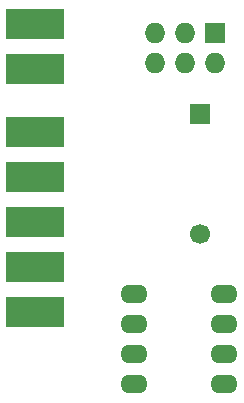
<source format=gts>
G04 #@! TF.FileFunction,Soldermask,Top*
%FSLAX46Y46*%
G04 Gerber Fmt 4.6, Leading zero omitted, Abs format (unit mm)*
G04 Created by KiCad (PCBNEW 4.0.2-1.fc23-product) date Thu 02 Nov 2017 11:38:22 PM EDT*
%MOMM*%
G01*
G04 APERTURE LIST*
%ADD10C,0.100000*%
%ADD11C,1.699260*%
%ADD12R,1.699260X1.699260*%
%ADD13O,2.300000X1.600000*%
%ADD14R,1.727200X1.727200*%
%ADD15O,1.727200X1.727200*%
%ADD16R,5.000000X2.500000*%
G04 APERTURE END LIST*
D10*
D11*
X161038540Y-104648520D03*
D12*
X161038540Y-94488520D03*
D13*
X163068000Y-117348000D03*
X163068000Y-114808000D03*
X163068000Y-112268000D03*
X163068000Y-109728000D03*
X155448000Y-109728000D03*
X155448000Y-112268000D03*
X155448000Y-114808000D03*
X155448000Y-117348000D03*
D14*
X162306000Y-87630000D03*
D15*
X162306000Y-90170000D03*
X159766000Y-87630000D03*
X159766000Y-90170000D03*
X157226000Y-87630000D03*
X157226000Y-90170000D03*
D16*
X147066000Y-107442000D03*
X147066000Y-111252000D03*
X147066000Y-103632000D03*
X147066000Y-96012000D03*
X147066000Y-99822000D03*
X147066000Y-90678000D03*
X147066000Y-86868000D03*
M02*

</source>
